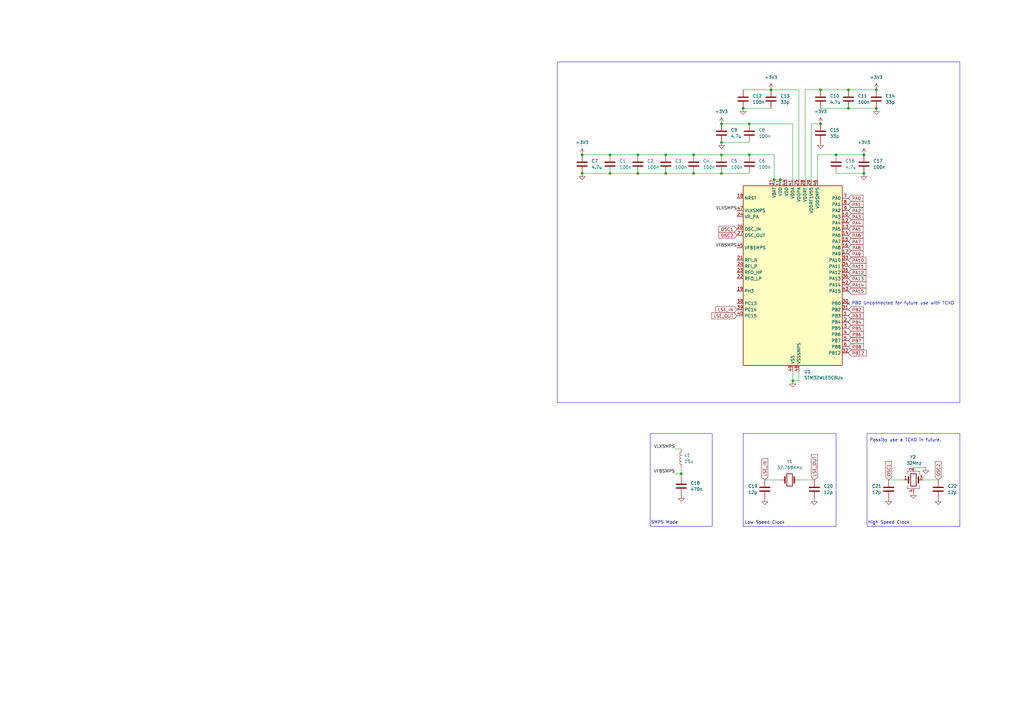
<source format=kicad_sch>
(kicad_sch (version 20250114) (generator "eeschema") (generator_version "9.0")
  (paper "A3")
  (title_block (title "LoraLeaf LoRa Development Module") (date "2025-11-02") (rev "A") (company "Aeybel Varghese"))
  (lib_symbols
    (symbol "Device:C" (pin_numbers (hide yes)) (pin_names (offset 0.254))
      (property "Reference" "C" (at 0.635 2.54 0))
      (property "Value" "C" (at 0.635 -2.54 0))
      (symbol "C_0_1"
        (polyline (pts (xy -2.032 0.762) (xy 2.032 0.762)) (stroke (width 0.508)))
        (polyline (pts (xy -2.032 -0.762) (xy 2.032 -0.762)) (stroke (width 0.508)))
      )
      (symbol "C_1_1"
        (pin passive line (at 0 3.81 270) (length 2.794) (name "~") (number "1"))
        (pin passive line (at 0 -3.81 90) (length 2.794) (name "~") (number "2"))
      )
    )
    (symbol "Device:Crystal" (pin_numbers (hide yes)) (pin_names (offset 1.016) (hide yes))
      (property "Reference" "Y" (at 0 3.81 0))
      (property "Value" "Crystal" (at 0 -3.81 0))
      (symbol "Crystal_0_1"
        (polyline (pts (xy -2.54 0) (xy -1.905 0)))
        (polyline (pts (xy -1.905 -1.27) (xy -1.905 1.27)) (stroke (width 0.508)))
        (rectangle (start -1.143 2.54) (end 1.143 -2.54) (stroke (width 0.3048)))
        (polyline (pts (xy 1.905 -1.27) (xy 1.905 1.27)) (stroke (width 0.508)))
        (polyline (pts (xy 2.54 0) (xy 1.905 0)))
      )
      (symbol "Crystal_1_1"
        (pin passive line (at -3.81 0 0) (length 1.27) (name "1") (number "1"))
        (pin passive line (at 3.81 0 180) (length 1.27) (name "2") (number "2"))
      )
    )
    (symbol "Device:Crystal_GND24" (pin_names (offset 1.016) (hide yes))
      (property "Reference" "Y" (at 3.175 5.08 0))
      (property "Value" "Crystal_GND24" (at 3.175 3.175 0))
      (symbol "Crystal_GND24_0_1"
        (polyline (pts (xy -2.54 2.286) (xy -2.54 3.556) (xy 2.54 3.556) (xy 2.54 2.286)))
        (polyline (pts (xy -2.54 0) (xy -2.032 0)))
        (polyline (pts (xy -2.54 -2.286) (xy -2.54 -3.556) (xy 2.54 -3.556) (xy 2.54 -2.286)))
        (polyline (pts (xy -2.032 -1.27) (xy -2.032 1.27)) (stroke (width 0.508)))
        (rectangle (start -1.143 2.54) (end 1.143 -2.54) (stroke (width 0.3048)))
        (polyline (pts (xy 0 3.556) (xy 0 3.81)))
        (polyline (pts (xy 0 -3.81) (xy 0 -3.556)))
        (polyline (pts (xy 2.032 0) (xy 2.54 0)))
        (polyline (pts (xy 2.032 -1.27) (xy 2.032 1.27)) (stroke (width 0.508)))
      )
      (symbol "Crystal_GND24_1_1"
        (pin passive line (at -3.81 0 0) (length 1.27) (name "1") (number "1"))
        (pin passive line (at 0 5.08 270) (length 1.27) (name "2") (number "2"))
        (pin passive line (at 0 -5.08 90) (length 1.27) (name "4") (number "4"))
        (pin passive line (at 3.81 0 180) (length 1.27) (name "3") (number "3"))
      )
    )
    (symbol "Device:L" (pin_numbers (hide yes)) (pin_names (offset 1.016) (hide yes))
      (property "Reference" "L" (at -1.27 0 90))
      (property "Value" "L" (at 1.905 0 90))
      (symbol "L_0_1"
        (arc (start 0 2.54) (mid 0.6323 1.905) (end 0 1.27))
        (arc (start 0 1.27) (mid 0.6323 0.635) (end 0 0))
        (arc (start 0 0) (mid 0.6323 -0.635) (end 0 -1.27))
        (arc (start 0 -1.27) (mid 0.6323 -1.905) (end 0 -2.54))
      )
      (symbol "L_1_1"
        (pin passive line (at 0 3.81 270) (length 1.27) (name "1") (number "1"))
        (pin passive line (at 0 -3.81 90) (length 1.27) (name "2") (number "2"))
      )
    )
    (symbol "MCU_ST_STM32WL:STM32WLE5CBUx"
      (property "Reference" "U" (at -20.32 39.37 0))
      (property "Value" "STM32WLE5CBUx" (at 12.7 39.37 0))
      (symbol "STM32WLE5CBUx_0_1"
        (rectangle (start -20.32 -35.56) (end 20.32 38.1) (stroke (width 0.254)) (fill (type background)))
      )
      (symbol "STM32WLE5CBUx_1_1"
        (pin input line (at -22.86 33.02 0) (length 2.54) (name "NRST") (number "18"))
        (pin power_in line (at -22.86 27.94 0) (length 2.54) (name "VLXSMPS") (number "47"))
        (pin power_in line (at -22.86 25.4 0) (length 2.54) (name "VR_PA") (number "24"))
        (pin input line (at -22.86 20.32 0) (length 2.54) (name "OSC_IN") (number "26"))
        (pin input line (at -22.86 17.78 0) (length 2.54) (name "OSC_OUT") (number "27"))
        (pin input line (at -22.86 12.7 0) (length 2.54) (name "VFBSMPS") (number "45"))
        (pin bidirectional line (at -22.86 7.62 0) (length 2.54) (name "RFI_N") (number "21"))
        (pin bidirectional line (at -22.86 5.08 0) (length 2.54) (name "RFI_P") (number "20"))
        (pin bidirectional line (at -22.86 2.54 0) (length 2.54) (name "RFO_HP") (number "23"))
        (pin bidirectional line (at -22.86 0 0) (length 2.54) (name "RFO_LP") (number "22"))
        (pin bidirectional line (at -22.86 -5.08 0) (length 2.54) (name "PH3") (number "19"))
        (pin bidirectional line (at -22.86 -10.16 0) (length 2.54) (name "PC13") (number "38"))
        (pin bidirectional line (at -22.86 -12.7 0) (length 2.54) (name "PC14") (number "39"))
        (pin bidirectional line (at -22.86 -15.24 0) (length 2.54) (name "PC15") (number "40"))
        (pin power_in line (at -7.62 40.64 270) (length 2.54) (name "VBAT") (number "37"))
        (pin power_in line (at -5.08 40.64 270) (length 2.54) (name "VDD") (number "11"))
        (pin power_in line (at -2.54 40.64 270) (length 2.54) (name "VDD") (number "44"))
        (pin power_in line (at 0 40.64 270) (length 2.54) (name "VDDA") (number "41"))
        (pin power_in line (at 0 -38.1 90) (length 2.54) (name "VSS") (number "49"))
        (pin power_in line (at 2.54 40.64 270) (length 2.54) (name "VDDPA") (number "25"))
        (pin power_in line (at 2.54 -38.1 90) (length 2.54) (name "VSSSMPS") (number "48"))
        (pin power_in line (at 5.08 40.64 270) (length 2.54) (name "VDDRF") (number "28"))
        (pin power_in line (at 7.62 40.64 270) (length 2.54) (name "VDDRF1V55") (number "29"))
        (pin power_in line (at 10.16 40.64 270) (length 2.54) (name "VDDSMPS") (number "46"))
        (pin bidirectional line (at 22.86 33.02 180) (length 2.54) (name "PA0") (number "7"))
        (pin bidirectional line (at 22.86 30.48 180) (length 2.54) (name "PA1") (number "8"))
        (pin bidirectional line (at 22.86 27.94 180) (length 2.54) (name "PA2") (number "9"))
        (pin bidirectional line (at 22.86 25.4 180) (length 2.54) (name "PA3") (number "10"))
        (pin bidirectional line (at 22.86 22.86 180) (length 2.54) (name "PA4") (number "12"))
        (pin bidirectional line (at 22.86 20.32 180) (length 2.54) (name "PA5") (number "13"))
        (pin bidirectional line (at 22.86 17.78 180) (length 2.54) (name "PA6") (number "14"))
        (pin bidirectional line (at 22.86 15.24 180) (length 2.54) (name "PA7") (number "15"))
        (pin bidirectional line (at 22.86 12.7 180) (length 2.54) (name "PA8") (number "16"))
        (pin bidirectional line (at 22.86 10.16 180) (length 2.54) (name "PA9") (number "17"))
        (pin bidirectional line (at 22.86 7.62 180) (length 2.54) (name "PA10") (number "33"))
        (pin bidirectional line (at 22.86 5.08 180) (length 2.54) (name "PA11") (number "34"))
        (pin bidirectional line (at 22.86 2.54 180) (length 2.54) (name "PA12") (number "35"))
        (pin bidirectional line (at 22.86 0 180) (length 2.54) (name "PA13") (number "36"))
        (pin bidirectional line (at 22.86 -2.54 180) (length 2.54) (name "PA14") (number "42"))
        (pin bidirectional line (at 22.86 -5.08 180) (length 2.54) (name "PA15") (number "43"))
        (pin bidirectional line (at 22.86 -10.16 180) (length 2.54) (name "PB0") (number "30"))
        (pin bidirectional line (at 22.86 -12.7 180) (length 2.54) (name "PB2") (number "31"))
        (pin bidirectional line (at 22.86 -15.24 180) (length 2.54) (name "PB3") (number "1"))
        (pin bidirectional line (at 22.86 -17.78 180) (length 2.54) (name "PB4") (number "2"))
        (pin bidirectional line (at 22.86 -20.32 180) (length 2.54) (name "PB5") (number "3"))
        (pin bidirectional line (at 22.86 -22.86 180) (length 2.54) (name "PB6") (number "4"))
        (pin bidirectional line (at 22.86 -25.4 180) (length 2.54) (name "PB7") (number "5"))
        (pin bidirectional line (at 22.86 -27.94 180) (length 2.54) (name "PB8") (number "6"))
        (pin bidirectional line (at 22.86 -30.48 180) (length 2.54) (name "PB12") (number "32"))
      )
    )
    (symbol "power:+3V3" (power) (pin_numbers (hide yes)) (pin_names (offset 0) (hide yes))
      (property "Value" "+3V3" (at 0 3.556 0))
      (symbol "+3V3_0_1"
        (polyline (pts (xy -0.762 1.27) (xy 0 2.54)))
        (polyline (pts (xy 0 2.54) (xy 0.762 1.27)))
        (polyline (pts (xy 0 0) (xy 0 2.54)))
      )
      (symbol "+3V3_1_1"
        (pin power_in line (at 0 0 90) (length 0) (name "~") (number "1"))
      )
    )
    (symbol "power:GND" (power) (pin_numbers (hide yes)) (pin_names (offset 0) (hide yes))
      (property "Value" "GND" (at 0 -3.81 0))
      (symbol "GND_0_1"
        (polyline (pts (xy 0 0) (xy 0 -1.27) (xy 1.27 -1.27) (xy 0 -2.54) (xy -1.27 -1.27) (xy 0 -1.27)))
      )
      (symbol "GND_1_1"
        (pin power_in line (at 0 0 270) (length 0) (name "~") (number "1"))
      )
    )
  )
  (rectangle (start 228.6 25.4) (end 393.7 165.1))
  (rectangle (start 266.7 177.8) (end 292.1 215.9))
  (rectangle (start 304.8 177.8) (end 342.9 215.9))
  (rectangle (start 355.6 177.8) (end 393.7 215.9))
  (text "PB0 Unconnected for future use with TCXO" (at 370.332 124.46 0) (effects (font (size 1.27 1.27))))
  (text "Low Speed Clock" (at 313.69 214.376 0) (effects (font (size 1.27 1.27))))
  (text "High Speed Clock" (at 364.49 214.376 0) (effects (font (size 1.27 1.27))))
  (text "Possiby use a TCXO in future." (at 371.348 180.594 0) (effects (font (size 1.27 1.27))))
  (text "SMPS Mode" (at 272.542 214.376 0) (effects (font (size 1.27 1.27))))
  (junction (at 325.12 156.21))
  (junction (at 342.9 63.5))
  (junction (at 279.4 194.31))
  (junction (at 354.33 63.5))
  (junction (at 316.23 36.83))
  (junction (at 295.91 71.12))
  (junction (at 284.48 71.12))
  (junction (at 307.34 63.5))
  (junction (at 320.04 73.66))
  (junction (at 295.91 58.42))
  (junction (at 273.05 63.5))
  (junction (at 336.55 36.83))
  (junction (at 284.48 63.5))
  (junction (at 359.41 44.45))
  (junction (at 261.62 71.12))
  (junction (at 295.91 63.5))
  (junction (at 295.91 50.8))
  (junction (at 304.8 44.45))
  (junction (at 354.33 71.12))
  (junction (at 261.62 63.5))
  (junction (at 336.55 50.8))
  (junction (at 347.98 44.45))
  (junction (at 250.19 71.12))
  (junction (at 317.5 73.66))
  (junction (at 238.76 71.12))
  (junction (at 238.76 63.5))
  (junction (at 307.34 50.8))
  (junction (at 250.19 63.5))
  (junction (at 359.41 36.83))
  (junction (at 273.05 71.12))
  (junction (at 347.98 36.83))
  (no_connect (at 347.98 124.46))
  (wire (pts (xy 284.48 63.5) (xy 273.05 63.5)))
  (wire (pts (xy 330.2 36.83) (xy 336.55 36.83)))
  (wire (pts (xy 295.91 63.5) (xy 284.48 63.5)))
  (wire (pts (xy 330.2 36.83) (xy 330.2 73.66)))
  (wire (pts (xy 304.8 44.45) (xy 316.23 44.45)))
  (wire (pts (xy 284.48 71.12) (xy 295.91 71.12)))
  (wire (pts (xy 279.4 194.31) (xy 279.4 191.77)))
  (wire (pts (xy 364.49 196.85) (xy 370.84 196.85)))
  (wire (pts (xy 334.01 196.85) (xy 327.66 196.85)))
  (wire (pts (xy 295.91 71.12) (xy 307.34 71.12)))
  (wire (pts (xy 336.55 44.45) (xy 347.98 44.45)))
  (wire (pts (xy 327.66 156.21) (xy 325.12 156.21)))
  (wire (pts (xy 332.74 73.66) (xy 332.74 50.8)))
  (wire (pts (xy 325.12 50.8) (xy 307.34 50.8)))
  (wire (pts (xy 273.05 71.12) (xy 284.48 71.12)))
  (wire (pts (xy 320.04 73.66) (xy 322.58 73.66)))
  (wire (pts (xy 313.69 196.85) (xy 320.04 196.85)))
  (wire (pts (xy 304.8 36.83) (xy 316.23 36.83)))
  (wire (pts (xy 342.9 71.12) (xy 354.33 71.12)))
  (wire (pts (xy 336.55 36.83) (xy 347.98 36.83)))
  (wire (pts (xy 317.5 63.5) (xy 307.34 63.5)))
  (wire (pts (xy 279.4 195.58) (xy 279.4 194.31)))
  (wire (pts (xy 317.5 73.66) (xy 317.5 63.5)))
  (wire (pts (xy 332.74 50.8) (xy 336.55 50.8)))
  (wire (pts (xy 327.66 73.66) (xy 327.66 36.83)))
  (wire (pts (xy 276.86 194.31) (xy 279.4 194.31)))
  (wire (pts (xy 384.81 196.85) (xy 378.46 196.85)))
  (wire (pts (xy 325.12 73.66) (xy 325.12 50.8)))
  (wire (pts (xy 335.28 73.66) (xy 335.28 63.5)))
  (wire (pts (xy 374.65 191.77) (xy 379.73 191.77)))
  (wire (pts (xy 317.5 73.66) (xy 320.04 73.66)))
  (wire (pts (xy 250.19 71.12) (xy 261.62 71.12)))
  (wire (pts (xy 307.34 50.8) (xy 295.91 50.8)))
  (wire (pts (xy 325.12 156.21) (xy 325.12 152.4)))
  (wire (pts (xy 238.76 71.12) (xy 250.19 71.12)))
  (wire (pts (xy 327.66 152.4) (xy 327.66 156.21)))
  (wire (pts (xy 295.91 58.42) (xy 307.34 58.42)))
  (wire (pts (xy 238.76 63.5) (xy 250.19 63.5)))
  (wire (pts (xy 335.28 63.5) (xy 342.9 63.5)))
  (wire (pts (xy 342.9 63.5) (xy 354.33 63.5)))
  (wire (pts (xy 347.98 36.83) (xy 359.41 36.83)))
  (wire (pts (xy 347.98 44.45) (xy 359.41 44.45)))
  (wire (pts (xy 316.23 36.83) (xy 327.66 36.83)))
  (wire (pts (xy 261.62 63.5) (xy 250.19 63.5)))
  (wire (pts (xy 261.62 71.12) (xy 273.05 71.12)))
  (wire (pts (xy 325.12 157.48) (xy 325.12 156.21)))
  (wire (pts (xy 307.34 63.5) (xy 295.91 63.5)))
  (wire (pts (xy 273.05 63.5) (xy 261.62 63.5)))
  (wire (pts (xy 276.86 184.15) (xy 279.4 184.15)))
  (label "VFBSMPS" (at 302.26 101.6 180))
  (label "VLXSMPS" (at 302.26 86.36 180))
  (label "VFBSMPS" (at 276.86 194.31 180))
  (label "VLXSMPS" (at 276.86 184.15 180))
  (global_label "PA9" (shape input) (at 347.98 104.14 0) (property "Intersheetrefs" "${INTERSHEET_REFS}" (effects (hide yes))))
  (global_label "PA2" (shape input) (at 347.98 86.36 0) (property "Intersheetrefs" "${INTERSHEET_REFS}" (effects (hide yes))))
  (global_label "PA6" (shape input) (at 347.98 96.52 0) (property "Intersheetrefs" "${INTERSHEET_REFS}" (effects (hide yes))))
  (global_label "LSE_IN" (shape input) (at 302.26 127 180) (property "Intersheetrefs" "${INTERSHEET_REFS}" (effects (hide yes))))
  (global_label "PA4" (shape input) (at 347.98 91.44 0) (property "Intersheetrefs" "${INTERSHEET_REFS}" (effects (hide yes))))
  (global_label "OSC2" (shape input) (at 302.26 96.52 180) (property "Intersheetrefs" "${INTERSHEET_REFS}" (effects (hide yes))))
  (global_label "PA10" (shape input) (at 347.98 106.68 0) (property "Intersheetrefs" "${INTERSHEET_REFS}" (effects (hide yes))))
  (global_label "LSE_IN" (shape input) (at 313.69 196.85 90) (property "Intersheetrefs" "${INTERSHEET_REFS}" (effects (hide yes))))
  (global_label "LSE_OUT" (shape input) (at 302.26 129.54 180) (property "Intersheetrefs" "${INTERSHEET_REFS}" (effects (hide yes))))
  (global_label "PB7" (shape input) (at 347.98 139.7 0) (property "Intersheetrefs" "${INTERSHEET_REFS}" (effects (hide yes))))
  (global_label "PA13" (shape input) (at 347.98 114.3 0) (property "Intersheetrefs" "${INTERSHEET_REFS}" (effects (hide yes))))
  (global_label "LSE_OUT" (shape input) (at 334.01 196.85 90) (property "Intersheetrefs" "${INTERSHEET_REFS}" (effects (hide yes))))
  (global_label "PB5" (shape input) (at 347.98 134.62 0) (property "Intersheetrefs" "${INTERSHEET_REFS}" (effects (hide yes))))
  (global_label "PA14" (shape input) (at 347.98 116.84 0) (property "Intersheetrefs" "${INTERSHEET_REFS}" (effects (hide yes))))
  (global_label "PB6" (shape input) (at 347.98 137.16 0) (property "Intersheetrefs" "${INTERSHEET_REFS}" (effects (hide yes))))
  (global_label "PA1" (shape input) (at 347.98 83.82 0) (property "Intersheetrefs" "${INTERSHEET_REFS}" (effects (hide yes))))
  (global_label "PA11" (shape input) (at 347.98 109.22 0) (property "Intersheetrefs" "${INTERSHEET_REFS}" (effects (hide yes))))
  (global_label "PB3" (shape input) (at 347.98 129.54 0) (property "Intersheetrefs" "${INTERSHEET_REFS}" (effects (hide yes))))
  (global_label "PA7" (shape input) (at 347.98 99.06 0) (property "Intersheetrefs" "${INTERSHEET_REFS}" (effects (hide yes))))
  (global_label "PA5" (shape input) (at 347.98 93.98 0) (property "Intersheetrefs" "${INTERSHEET_REFS}" (effects (hide yes))))
  (global_label "OSC1" (shape input) (at 302.26 93.98 180) (property "Intersheetrefs" "${INTERSHEET_REFS}" (effects (hide yes))))
  (global_label "PA12" (shape input) (at 347.98 111.76 0) (property "Intersheetrefs" "${INTERSHEET_REFS}" (effects (hide yes))))
  (global_label "PA15" (shape input) (at 347.98 119.38 0) (property "Intersheetrefs" "${INTERSHEET_REFS}" (effects (hide yes))))
  (global_label "PB2" (shape input) (at 347.98 127 0) (property "Intersheetrefs" "${INTERSHEET_REFS}" (effects (hide yes))))
  (global_label "OSC1" (shape input) (at 364.49 196.85 90) (property "Intersheetrefs" "${INTERSHEET_REFS}" (effects (hide yes))))
  (global_label "PB12" (shape input) (at 347.98 144.78 0) (property "Intersheetrefs" "${INTERSHEET_REFS}" (effects (hide yes))))
  (global_label "PA8" (shape input) (at 347.98 101.6 0) (property "Intersheetrefs" "${INTERSHEET_REFS}" (effects (hide yes))))
  (global_label "PA3" (shape input) (at 347.98 88.9 0) (property "Intersheetrefs" "${INTERSHEET_REFS}" (effects (hide yes))))
  (global_label "PA0" (shape input) (at 347.98 81.28 0) (property "Intersheetrefs" "${INTERSHEET_REFS}" (effects (hide yes))))
  (global_label "OSC2" (shape input) (at 384.81 196.85 90) (property "Intersheetrefs" "${INTERSHEET_REFS}" (effects (hide yes))))
  (global_label "PB8" (shape input) (at 347.98 142.24 0) (property "Intersheetrefs" "${INTERSHEET_REFS}" (effects (hide yes))))
  (global_label "PB4" (shape input) (at 347.98 132.08 0) (property "Intersheetrefs" "${INTERSHEET_REFS}" (effects (hide yes))))
  (symbol (lib_id "power:GND") (at 374.65 201.93 0) (unit 1)
    (property "Reference" "#PWR019" (effects (hide yes)))
    (property "Value" "GND" (effects (hide yes)))
    (property "Description" "Power symbol creates a global label with name \"GND\" , ground" (effects (hide yes)))
  )
  (symbol (lib_id "power:GND") (at 295.91 58.42 0) (unit 1)
    (property "Reference" "#PWR03" (effects (hide yes)))
    (property "Value" "GND" (effects (hide yes)))
    (property "Description" "Power symbol creates a global label with name \"GND\" , ground" (effects (hide yes)))
  )
  (symbol (lib_id "Device:C") (at 359.41 40.64 0) (unit 1)
    (property "Reference" "C14" (at 363.22 39.3699 0) (effects (justify left)))
    (property "Value" "33p" (at 363.22 41.9099 0) (effects (justify left)))
    (property "Footprint" "Capacitor_SMD:C_0402_1005Metric" (effects (hide yes)))
    (property "Datasheet" "https://jlcpcb.com/api/file/downloadByFileSystemAccessId/8579707303219953664" (effects (hide yes)))
    (property "Description" "Unpolarized capacitor" (effects (hide yes)))
    (property "Manafacturer" "FH (Guangdong Fenghua Advanced Tech)" (effects (hide yes)))
    (property "MFR Part # " "0402CG330J500NT" (effects (hide yes)))
  )
  (symbol (lib_id "Device:L") (at 279.4 187.96 180) (unit 1)
    (property "Reference" "L1" (at 280.67 186.6899 0) (effects (justify right)))
    (property "Value" "15u" (at 280.67 189.2299 0) (effects (justify right)))
    (property "Footprint" "Inductor_SMD:L_0805_2012Metric" (effects (hide yes)))
    (property "Datasheet" "https://product.tdk.com/en/system/files/dam/doc/product/inductor/inductor/smd/catalog/inductor_commercial_decoupling_mlz2012_en.pdf" (effects (hide yes)))
    (property "Description" "Inductor" (effects (hide yes)))
    (property "Manafacturer" " TDK Corporation" (effects (hide yes)))
    (property "MFR Part # " "MLZ2012M150WT000" (effects (hide yes)))
  )
  (symbol (lib_id "power:+3V3") (at 238.76 63.5 0) (unit 1)
    (property "Reference" "#PWR05" (effects (hide yes)))
    (property "Value" "+3V3" (at 238.76 58.42 0))
    (property "Description" "Power symbol creates a global label with name \"+3V3\"" (effects (hide yes)))
  )
  (symbol (lib_id "Device:C") (at 284.48 67.31 0) (unit 1)
    (property "Reference" "C4" (at 288.29 66.0399 0) (effects (justify left)))
    (property "Value" "100n" (at 288.29 68.5799 0) (effects (justify left)))
    (property "Footprint" "Capacitor_SMD:C_0603_1608Metric" (effects (hide yes)))
    (property "Datasheet" "https://www.yageogroup.com/content/datasheet/asset/file/UPY-GPHC_X7R_6_3V-TO-250V" (effects (hide yes)))
    (property "Description" "Unpolarized capacitor" (effects (hide yes)))
    (property "Manafacturer" "YAGEO" (effects (hide yes)))
    (property "MFR Part # " "CC0603KRX7R9BB104" (effects (hide yes)))
  )
  (symbol (lib_id "Device:Crystal") (at 323.85 196.85 0) (unit 1)
    (property "Reference" "Y1" (at 323.85 189.23 0))
    (property "Value" "32.768KHz" (at 323.85 191.77 0))
    (property "Footprint" "Crystal:Crystal_SMD_3215-2Pin_3.2x1.5mm" (effects (hide yes)))
    (property "Datasheet" "https://jlcpcb.com/api/file/downloadByFileSystemAccessId/8629475189295955968" (effects (hide yes)))
    (property "Description" "-40℃~+85℃ 12.5pF 32.768kHz 70kΩ Crystal Oscillator ±20ppm SMD3215-2P Crystals ROHS" (effects (hide yes)))
    (property "Manafacturer" "Seiko Epson" (effects (hide yes)))
    (property "MFR Part # " "Q13FC13500004" (effects (hide yes)))
  )
  (symbol (lib_id "Device:C") (at 342.9 67.31 0) (unit 1)
    (property "Reference" "C16" (at 346.71 66.0399 0) (effects (justify left)))
    (property "Value" "4.7u" (at 346.71 68.5799 0) (effects (justify left)))
    (property "Footprint" "Capacitor_SMD:C_0603_1608Metric" (effects (hide yes)))
    (property "Datasheet" "https://mm.digikey.com/Volume0/opasdata/d220001/medias/docus/609/CL10B473KB8NNNC_Spec.pdf" (effects (hide yes)))
    (property "Description" "Unpolarized capacitor" (effects (hide yes)))
    (property "Manafacturer" "Samsung Electro-Mechanics" (effects (hide yes)))
    (property "MFR Part # " "CL10A475KO8NNNC" (effects (hide yes)))
  )
  (symbol (lib_id "Device:C") (at 384.81 200.66 0) (unit 1)
    (property "Reference" "C22" (at 388.62 199.3899 0) (effects (justify left)))
    (property "Value" "12p" (at 388.62 201.9299 0) (effects (justify left)))
    (property "Footprint" "Capacitor_SMD:C_0402_1005Metric" (effects (hide yes)))
    (property "Datasheet" "https://search.murata.co.jp/Ceramy/image/img/A01X/G101/ENG/GJM1555C1H6R8BB01-01.pdf" (effects (hide yes)))
    (property "Description" "12pF 50V C0G ±5% 0402 Multilayer Ceramic Capacitors MLCC - SMD/SMT ROHS" (effects (hide yes)))
    (property "Manafacturer" "FH (Guangdong Fenghua Advanced Tech)" (effects (hide yes)))
    (property "MFR Part # " "0402CG120J500NT" (effects (hide yes)))
  )
  (symbol (lib_id "Device:C") (at 295.91 67.31 0) (unit 1)
    (property "Reference" "C5" (at 299.72 66.0399 0) (effects (justify left)))
    (property "Value" "100n" (at 299.72 68.5799 0) (effects (justify left)))
    (property "Footprint" "Capacitor_SMD:C_0603_1608Metric" (effects (hide yes)))
    (property "Datasheet" "https://www.yageogroup.com/content/datasheet/asset/file/UPY-GPHC_X7R_6_3V-TO-250V" (effects (hide yes)))
    (property "Description" "Unpolarized capacitor" (effects (hide yes)))
    (property "Manafacturer" "YAGEO" (effects (hide yes)))
    (property "MFR Part # " "CC0603KRX7R9BB104" (effects (hide yes)))
  )
  (symbol (lib_id "power:GND") (at 313.69 204.47 0) (unit 1)
    (property "Reference" "#PWR015" (effects (hide yes)))
    (property "Value" "GND" (effects (hide yes)))
    (property "Description" "Power symbol creates a global label with name \"GND\" , ground" (effects (hide yes)))
  )
  (symbol (lib_id "Device:C") (at 238.76 67.31 0) (unit 1)
    (property "Reference" "C7" (at 242.57 66.0399 0) (effects (justify left)))
    (property "Value" "4.7u" (at 242.57 68.5799 0) (effects (justify left)))
    (property "Footprint" "Capacitor_SMD:C_0603_1608Metric" (effects (hide yes)))
    (property "Datasheet" "https://mm.digikey.com/Volume0/opasdata/d220001/medias/docus/609/CL10B473KB8NNNC_Spec.pdf" (effects (hide yes)))
    (property "Description" "Unpolarized capacitor" (effects (hide yes)))
    (property "Manafacturer" "Samsung Electro-Mechanics" (effects (hide yes)))
    (property "MFR Part # " "CL10A475KO8NNNC" (effects (hide yes)))
  )
  (symbol (lib_id "Device:C") (at 336.55 54.61 0) (unit 1)
    (property "Reference" "C15" (at 340.36 53.3399 0) (effects (justify left)))
    (property "Value" "33p" (at 340.36 55.8799 0) (effects (justify left)))
    (property "Footprint" "Capacitor_SMD:C_0402_1005Metric" (effects (hide yes)))
    (property "Datasheet" "https://jlcpcb.com/api/file/downloadByFileSystemAccessId/8579707303219953664" (effects (hide yes)))
    (property "Description" "Unpolarized capacitor" (effects (hide yes)))
    (property "Manafacturer" "FH (Guangdong Fenghua Advanced Tech)" (effects (hide yes)))
    (property "MFR Part # " "0402CG330J500NT" (effects (hide yes)))
  )
  (symbol (lib_id "Device:C") (at 250.19 67.31 0) (unit 1)
    (property "Reference" "C1" (at 254 66.0399 0) (effects (justify left)))
    (property "Value" "100n" (at 254 68.5799 0) (effects (justify left)))
    (property "Footprint" "Capacitor_SMD:C_0603_1608Metric" (effects (hide yes)))
    (property "Datasheet" "https://www.yageogroup.com/content/datasheet/asset/file/UPY-GPHC_X7R_6_3V-TO-250V" (effects (hide yes)))
    (property "Description" "Unpolarized capacitor" (effects (hide yes)))
    (property "Manafacturer" "YAGEO" (effects (hide yes)))
    (property "MFR Part # " "CC0603KRX7R9BB104" (effects (hide yes)))
  )
  (symbol (lib_id "power:GND") (at 359.41 44.45 0) (unit 1)
    (property "Reference" "#PWR07" (effects (hide yes)))
    (property "Value" "GND" (effects (hide yes)))
    (property "Description" "Power symbol creates a global label with name \"GND\" , ground" (effects (hide yes)))
  )
  (symbol (lib_id "power:GND") (at 364.49 204.47 0) (unit 1)
    (property "Reference" "#PWR017" (effects (hide yes)))
    (property "Value" "GND" (effects (hide yes)))
    (property "Description" "Power symbol creates a global label with name \"GND\" , ground" (effects (hide yes)))
  )
  (symbol (lib_id "power:+3V3") (at 295.91 50.8 0) (unit 1)
    (property "Reference" "#PWR04" (effects (hide yes)))
    (property "Value" "+3V3" (at 295.91 45.72 0))
    (property "Description" "Power symbol creates a global label with name \"+3V3\"" (effects (hide yes)))
  )
  (symbol (lib_id "power:GND") (at 354.33 71.12 0) (unit 1)
    (property "Reference" "#PWR012" (effects (hide yes)))
    (property "Value" "GND" (effects (hide yes)))
    (property "Description" "Power symbol creates a global label with name \"GND\" , ground" (effects (hide yes)))
  )
  (symbol (lib_id "power:GND") (at 325.12 156.21 0) (unit 1)
    (property "Reference" "#PWR01" (effects (hide yes)))
    (property "Value" "GND" (effects (hide yes)))
    (property "Description" "Power symbol creates a global label with name \"GND\" , ground" (effects (hide yes)))
  )
  (symbol (lib_id "Device:C") (at 347.98 40.64 0) (unit 1)
    (property "Reference" "C11" (at 351.79 39.3699 0) (effects (justify left)))
    (property "Value" "100n" (at 351.79 41.9099 0) (effects (justify left)))
    (property "Footprint" "Capacitor_SMD:C_0402_1005Metric" (effects (hide yes)))
    (property "Datasheet" "https://mm.digikey.com/Volume0/opasdata/d220001/medias/docus/609/CL05B104KO5NNNC.pdf" (effects (hide yes)))
    (property "Description" "Unpolarized capacitor" (effects (hide yes)))
    (property "Manafacturer" " Samsung Electro-Mechanics" (effects (hide yes)))
    (property "MFR Part # " "CL05B104KO5NNNC" (effects (hide yes)))
  )
  (symbol (lib_id "power:GND") (at 334.01 204.47 0) (unit 1)
    (property "Reference" "#PWR016" (effects (hide yes)))
    (property "Value" "GND" (effects (hide yes)))
    (property "Description" "Power symbol creates a global label with name \"GND\" , ground" (effects (hide yes)))
  )
  (symbol (lib_id "Device:C") (at 354.33 67.31 0) (unit 1)
    (property "Reference" "C17" (at 358.14 66.0399 0) (effects (justify left)))
    (property "Value" "100n" (at 358.14 68.5799 0) (effects (justify left)))
    (property "Footprint" "Capacitor_SMD:C_0603_1608Metric" (effects (hide yes)))
    (property "Datasheet" "https://www.yageogroup.com/content/datasheet/asset/file/UPY-GPHC_X7R_6_3V-TO-250V" (effects (hide yes)))
    (property "Description" "Unpolarized capacitor" (effects (hide yes)))
    (property "Manafacturer" "YAGEO" (effects (hide yes)))
    (property "MFR Part # " "CC0603KRX7R9BB104" (effects (hide yes)))
  )
  (symbol (lib_id "power:+3V3") (at 354.33 63.5 0) (unit 1)
    (property "Reference" "#PWR013" (effects (hide yes)))
    (property "Value" "+3V3" (at 354.33 58.42 0))
    (property "Description" "Power symbol creates a global label with name \"+3V3\"" (effects (hide yes)))
  )
  (symbol (lib_id "Device:C") (at 295.91 54.61 0) (unit 1)
    (property "Reference" "C9" (at 299.72 53.3399 0) (effects (justify left)))
    (property "Value" "4.7u" (at 299.72 55.8799 0) (effects (justify left)))
    (property "Footprint" "Capacitor_SMD:C_0603_1608Metric" (effects (hide yes)))
    (property "Datasheet" "https://mm.digikey.com/Volume0/opasdata/d220001/medias/docus/609/CL10B473KB8NNNC_Spec.pdf" (effects (hide yes)))
    (property "Description" "Unpolarized capacitor" (effects (hide yes)))
    (property "Manafacturer" "Samsung Electro-Mechanics" (effects (hide yes)))
    (property "MFR Part # " "CL10A475KO8NNNC" (effects (hide yes)))
  )
  (symbol (lib_id "Device:C") (at 307.34 54.61 0) (unit 1)
    (property "Reference" "C8" (at 311.15 53.3399 0) (effects (justify left)))
    (property "Value" "100n" (at 311.15 55.8799 0) (effects (justify left)))
    (property "Footprint" "Capacitor_SMD:C_0603_1608Metric" (effects (hide yes)))
    (property "Datasheet" "https://www.yageogroup.com/content/datasheet/asset/file/UPY-GPHC_X7R_6_3V-TO-250V" (effects (hide yes)))
    (property "Description" "Unpolarized capacitor" (effects (hide yes)))
    (property "Manafacturer" "YAGEO" (effects (hide yes)))
    (property "MFR Part # " "CC0603KRX7R9BB104" (effects (hide yes)))
  )
  (symbol (lib_id "Device:Crystal_GND24") (at 374.65 196.85 0) (unit 1)
    (property "Reference" "Y2" (at 374.396 187.452 0))
    (property "Value" "32Mhz" (at 374.904 189.992 0))
    (property "Footprint" "Crystal:Crystal_SMD_Abracon_ABM8G-4Pin_3.2x2.5mm" (effects (hide yes)))
    (property "Datasheet" "https://www.mouser.com/datasheet/3/184/1/abm8.pdf" (effects (hide yes)))
    (property "Description" "Crystals Xtal 3225 4-SMD 32MHz Tol +/-10ppm Stab +/-10ppm -20C - 70C 12pF 40 Ohms" (effects (hide yes)))
    (property "Manafacturer" "Abracon" (effects (hide yes)))
    (property "MFR Part # " "ABM8-32.000MHZ-12-B1U-T" (effects (hide yes)))
  )
  (symbol (lib_id "Device:C") (at 261.62 67.31 0) (unit 1)
    (property "Reference" "C2" (at 265.43 66.0399 0) (effects (justify left)))
    (property "Value" "100n" (at 265.43 68.5799 0) (effects (justify left)))
    (property "Footprint" "Capacitor_SMD:C_0603_1608Metric" (effects (hide yes)))
    (property "Datasheet" "https://www.yageogroup.com/content/datasheet/asset/file/UPY-GPHC_X7R_6_3V-TO-250V" (effects (hide yes)))
    (property "Description" "Unpolarized capacitor" (effects (hide yes)))
    (property "Manafacturer" "YAGEO" (effects (hide yes)))
    (property "MFR Part # " "CC0603KRX7R9BB104" (effects (hide yes)))
  )
  (symbol (lib_id "Device:C") (at 273.05 67.31 0) (unit 1)
    (property "Reference" "C3" (at 276.86 66.0399 0) (effects (justify left)))
    (property "Value" "100n" (at 276.86 68.5799 0) (effects (justify left)))
    (property "Footprint" "Capacitor_SMD:C_0603_1608Metric" (effects (hide yes)))
    (property "Datasheet" "https://www.yageogroup.com/content/datasheet/asset/file/UPY-GPHC_X7R_6_3V-TO-250V" (effects (hide yes)))
    (property "Description" "Unpolarized capacitor" (effects (hide yes)))
    (property "Manafacturer" "YAGEO" (effects (hide yes)))
    (property "MFR Part # " "CC0603KRX7R9BB104" (effects (hide yes)))
  )
  (symbol (lib_id "power:+3V3") (at 336.55 50.8 0) (unit 1)
    (property "Reference" "#PWR010" (effects (hide yes)))
    (property "Value" "+3V3" (at 336.55 45.72 0))
    (property "Description" "Power symbol creates a global label with name \"+3V3\"" (effects (hide yes)))
  )
  (symbol (lib_id "power:GND") (at 238.76 71.12 0) (unit 1)
    (property "Reference" "#PWR02" (effects (hide yes)))
    (property "Value" "GND" (effects (hide yes)))
    (property "Description" "Power symbol creates a global label with name \"GND\" , ground" (effects (hide yes)))
  )
  (symbol (lib_id "power:GND") (at 304.8 44.45 0) (unit 1)
    (property "Reference" "#PWR08" (effects (hide yes)))
    (property "Value" "GND" (effects (hide yes)))
    (property "Description" "Power symbol creates a global label with name \"GND\" , ground" (effects (hide yes)))
  )
  (symbol (lib_id "power:GND") (at 384.81 204.47 0) (unit 1)
    (property "Reference" "#PWR018" (effects (hide yes)))
    (property "Value" "GND" (effects (hide yes)))
    (property "Description" "Power symbol creates a global label with name \"GND\" , ground" (effects (hide yes)))
  )
  (symbol (lib_id "Device:C") (at 364.49 200.66 0) (unit 1)
    (property "Reference" "C21" (at 357.632 199.39 0) (effects (justify left)))
    (property "Value" "12p" (at 357.632 201.93 0) (effects (justify left)))
    (property "Footprint" "Capacitor_SMD:C_0402_1005Metric" (effects (hide yes)))
    (property "Datasheet" "https://search.murata.co.jp/Ceramy/image/img/A01X/G101/ENG/GJM1555C1H6R8BB01-01.pdf" (effects (hide yes)))
    (property "Description" "12pF 50V C0G ±5% 0402 Multilayer Ceramic Capacitors MLCC - SMD/SMT ROHS" (effects (hide yes)))
    (property "Manafacturer" "FH (Guangdong Fenghua Advanced Tech)" (effects (hide yes)))
    (property "MFR Part # " "0402CG120J500NT" (effects (hide yes)))
  )
  (symbol (lib_id "power:+3V3") (at 316.23 36.83 0) (unit 1)
    (property "Reference" "#PWR09" (effects (hide yes)))
    (property "Value" "+3V3" (at 316.23 31.75 0))
    (property "Description" "Power symbol creates a global label with name \"+3V3\"" (effects (hide yes)))
  )
  (symbol (lib_id "Device:C") (at 334.01 200.66 0) (unit 1)
    (property "Reference" "C20" (at 337.82 199.3899 0) (effects (justify left)))
    (property "Value" "12p" (at 337.82 201.9299 0) (effects (justify left)))
    (property "Footprint" "Capacitor_SMD:C_0402_1005Metric" (effects (hide yes)))
    (property "Datasheet" "https://search.murata.co.jp/Ceramy/image/img/A01X/G101/ENG/GJM1555C1H6R8BB01-01.pdf" (effects (hide yes)))
    (property "Description" "12pF 50V C0G ±5% 0402 Multilayer Ceramic Capacitors MLCC - SMD/SMT ROHS" (effects (hide yes)))
    (property "Manafacturer" "FH (Guangdong Fenghua Advanced Tech)" (effects (hide yes)))
    (property "MFR Part # " "0402CG120J500NT" (effects (hide yes)))
  )
  (symbol (lib_id "Device:C") (at 304.8 40.64 0) (unit 1)
    (property "Reference" "C12" (at 308.61 39.3699 0) (effects (justify left)))
    (property "Value" "100n" (at 308.61 41.9099 0) (effects (justify left)))
    (property "Footprint" "Capacitor_SMD:C_0402_1005Metric" (effects (hide yes)))
    (property "Datasheet" "https://mm.digikey.com/Volume0/opasdata/d220001/medias/docus/609/CL05B104KO5NNNC.pdf" (effects (hide yes)))
    (property "Description" "Unpolarized capacitor" (effects (hide yes)))
    (property "Manafacturer" " Samsung Electro-Mechanics" (effects (hide yes)))
    (property "MFR Part # " "CL05B104KO5NNNC" (effects (hide yes)))
  )
  (symbol (lib_id "power:GND") (at 279.4 203.2 0) (unit 1)
    (property "Reference" "#PWR014" (effects (hide yes)))
    (property "Value" "GND" (effects (hide yes)))
    (property "Description" "Power symbol creates a global label with name \"GND\" , ground" (effects (hide yes)))
  )
  (symbol (lib_id "Device:C") (at 279.4 199.39 0) (unit 1)
    (property "Reference" "C18" (at 283.21 198.1199 0) (effects (justify left)))
    (property "Value" "470n" (at 283.21 200.6599 0) (effects (justify left)))
    (property "Footprint" "Capacitor_SMD:C_0603_1608Metric" (effects (hide yes)))
    (property "Datasheet" "https://mm.digikey.com/Volume0/opasdata/d220001/medias/docus/41/CL10B474KA8NNNC_Spec.pdf" (effects (hide yes)))
    (property "Description" "Unpolarized capacitor" (effects (hide yes)))
    (property "Manafacturer" "Samsung Electro-Mechanics" (effects (hide yes)))
    (property "MFR Part # " "CL10B474KA8NNNC" (effects (hide yes)))
  )
  (symbol (lib_id "Device:C") (at 336.55 40.64 0) (unit 1)
    (property "Reference" "C10" (at 340.36 39.3699 0) (effects (justify left)))
    (property "Value" "4.7u" (at 340.36 41.9099 0) (effects (justify left)))
    (property "Footprint" "Capacitor_SMD:C_0603_1608Metric" (effects (hide yes)))
    (property "Datasheet" "https://mm.digikey.com/Volume0/opasdata/d220001/medias/docus/609/CL10B473KB8NNNC_Spec.pdf" (effects (hide yes)))
    (property "Description" "Unpolarized capacitor" (effects (hide yes)))
    (property "Manafacturer" "Samsung Electro-Mechanics" (effects (hide yes)))
    (property "MFR Part # " "CL10A475KO8NNNC" (effects (hide yes)))
  )
  (symbol (lib_id "Device:C") (at 313.69 200.66 0) (unit 1)
    (property "Reference" "C19" (at 306.832 199.39 0) (effects (justify left)))
    (property "Value" "12p" (at 306.832 201.93 0) (effects (justify left)))
    (property "Footprint" "Capacitor_SMD:C_0402_1005Metric" (effects (hide yes)))
    (property "Datasheet" "https://search.murata.co.jp/Ceramy/image/img/A01X/G101/ENG/GJM1555C1H6R8BB01-01.pdf" (effects (hide yes)))
    (property "Description" "12pF 50V C0G ±5% 0402 Multilayer Ceramic Capacitors MLCC - SMD/SMT ROHS" (effects (hide yes)))
    (property "Manafacturer" "FH (Guangdong Fenghua Advanced Tech)" (effects (hide yes)))
    (property "MFR Part # " "0402CG120J500NT" (effects (hide yes)))
  )
  (symbol (lib_id "Device:C") (at 307.34 67.31 0) (unit 1)
    (property "Reference" "C6" (at 311.15 66.0399 0) (effects (justify left)))
    (property "Value" "100n" (at 311.15 68.5799 0) (effects (justify left)))
    (property "Footprint" "Capacitor_SMD:C_0603_1608Metric" (effects (hide yes)))
    (property "Datasheet" "https://www.yageogroup.com/content/datasheet/asset/file/UPY-GPHC_X7R_6_3V-TO-250V" (effects (hide yes)))
    (property "Description" "Unpolarized capacitor" (effects (hide yes)))
    (property "Manafacturer" "YAGEO" (effects (hide yes)))
    (property "MFR Part # " "CC0603KRX7R9BB104" (effects (hide yes)))
  )
  (symbol (lib_id "power:+3V3") (at 359.41 36.83 0) (unit 1)
    (property "Reference" "#PWR06" (effects (hide yes)))
    (property "Value" "+3V3" (at 359.41 31.75 0))
    (property "Description" "Power symbol creates a global label with name \"+3V3\"" (effects (hide yes)))
  )
  (symbol (lib_id "MCU_ST_STM32WL:STM32WLE5CBUx") (at 325.12 114.3 0) (unit 1)
    (property "Reference" "U1" (at 329.8033 152.4 0) (effects (justify left)))
    (property "Value" "STM32WLE5CBUx" (at 329.8033 154.94 0) (effects (justify left)))
    (property "Footprint" "Package_DFN_QFN:QFN-48-1EP_7x7mm_P0.5mm_EP5.6x5.6mm" (effects (hide yes)))
    (property "Datasheet" "https://www.st.com/resource/en/datasheet/stm32wle5cb.pdf" (effects (hide yes)))
    (property "Description" "STMicroelectronics Arm Cortex-M4 MCU, 128KB flash, 48KB RAM, 48 MHz, 1.8-3.6V, 29 GPIO, UFQFPN48" (effects (hide yes)))
  )
  (symbol (lib_id "power:GND") (at 336.55 58.42 0) (unit 1)
    (property "Reference" "#PWR011" (effects (hide yes)))
    (property "Value" "GND" (effects (hide yes)))
    (property "Description" "Power symbol creates a global label with name \"GND\" , ground" (effects (hide yes)))
  )
  (symbol (lib_id "power:GND") (at 379.73 191.77 0) (unit 1)
    (property "Reference" "#PWR020" (effects (hide yes)))
    (property "Value" "GND" (effects (hide yes)))
    (property "Description" "Power symbol creates a global label with name \"GND\" , ground" (effects (hide yes)))
  )
  (symbol (lib_id "Device:C") (at 316.23 40.64 0) (unit 1)
    (property "Reference" "C13" (at 320.04 39.3699 0) (effects (justify left)))
    (property "Value" "33p" (at 320.04 41.9099 0) (effects (justify left)))
    (property "Footprint" "Capacitor_SMD:C_0402_1005Metric" (effects (hide yes)))
    (property "Datasheet" "https://jlcpcb.com/api/file/downloadByFileSystemAccessId/8579707303219953664" (effects (hide yes)))
    (property "Description" "Unpolarized capacitor" (effects (hide yes)))
    (property "Manafacturer" "FH (Guangdong Fenghua Advanced Tech)" (effects (hide yes)))
    (property "MFR Part # " "0402CG330J500NT" (effects (hide yes)))
  )
)
</source>
